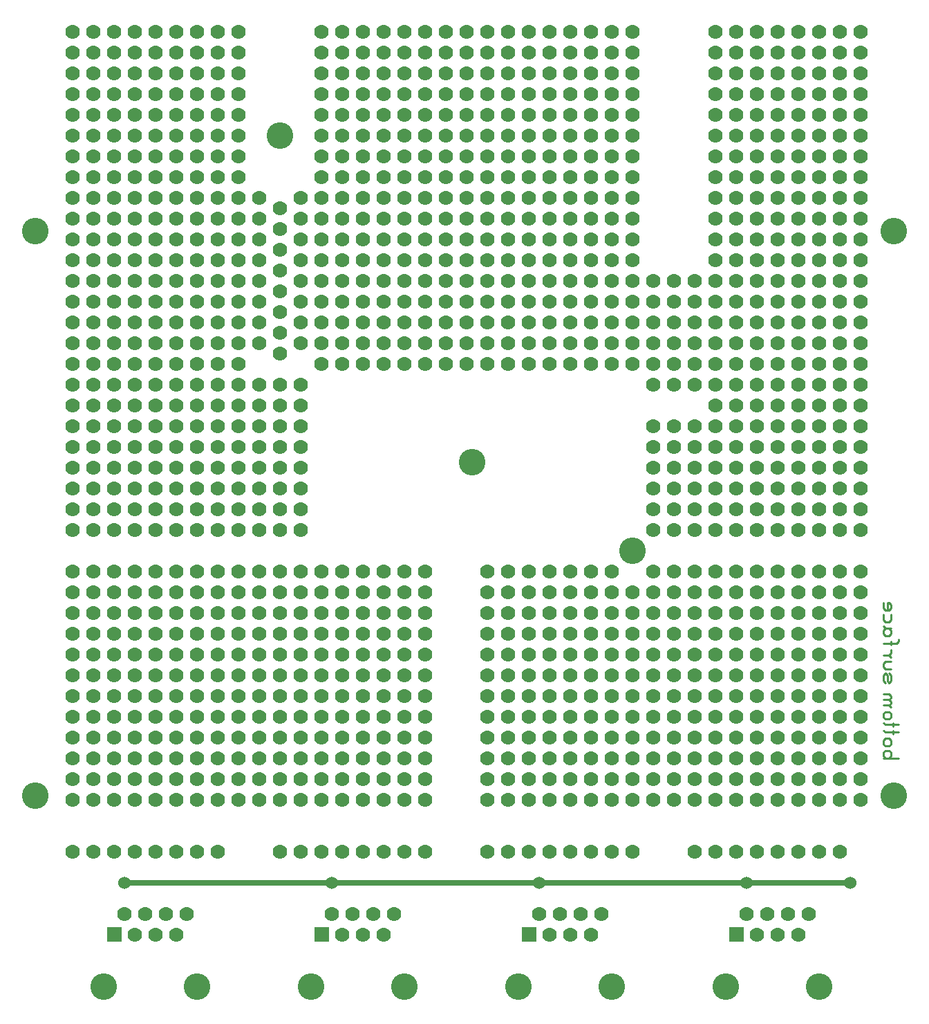
<source format=gbr>
G04 start of page 3 for group 1 idx 2
G04 Title: 305 style, solder *
G04 Creator: pcb 20080202 *
G04 CreationDate: Thu Jan 29 15:55:23 2009 UTC *
G04 For: orluke *
G04 Format: Gerber/RS-274X *
G04 PCB-Dimensions: 450000 650000 *
G04 PCB-Coordinate-Origin: lower left *
%MOIN*%
%FSLAX24Y24*%
%LNBACK*%
%ADD11C,0.0250*%
%ADD12C,0.0100*%
%ADD15C,0.1280*%
%ADD16C,0.0700*%
%ADD17C,0.0200*%
%ADD18C,0.0600*%
%ADD19C,0.0350*%
%ADD20C,0.0380*%
G54D11*X40500Y13000D02*X5500D01*
G54D12*X42100Y19000D02*X42820D01*
X42190D02*X42100Y19090D01*
Y19270D01*
X42190Y19360D01*
X42370D01*
X42460Y19270D02*X42370Y19360D01*
X42460Y19090D02*Y19270D01*
X42370Y19000D02*X42460Y19090D01*
X42190Y19576D02*X42370D01*
X42460Y19666D01*
Y19846D01*
X42370Y19936D01*
X42190D02*X42370D01*
X42100Y19846D02*X42190Y19936D01*
X42100Y19666D02*Y19846D01*
X42190Y19576D02*X42100Y19666D01*
X42190Y20242D02*X42820D01*
X42190D02*X42100Y20332D01*
X42550Y20152D02*Y20332D01*
X42190Y20602D02*X42820D01*
X42190D02*X42100Y20692D01*
X42550Y20512D02*Y20692D01*
X42190Y20872D02*X42370D01*
X42460Y20962D01*
Y21142D01*
X42370Y21232D01*
X42190D02*X42370D01*
X42100Y21142D02*X42190Y21232D01*
X42100Y20962D02*Y21142D01*
X42190Y20872D02*X42100Y20962D01*
Y21538D02*X42370D01*
X42460Y21628D01*
Y21718D01*
X42370Y21808D01*
X42100D02*X42370D01*
X42460Y21898D01*
Y21988D01*
X42370Y22078D01*
X42100D02*X42370D01*
X42460Y21448D02*X42370Y21538D01*
X42100Y22709D02*Y22979D01*
X42190Y23069D01*
X42280Y22979D02*X42190Y23069D01*
X42280Y22709D02*Y22979D01*
X42370Y22619D02*X42280Y22709D01*
X42370Y22619D02*X42460Y22709D01*
Y22979D01*
X42370Y23069D01*
X42190Y22619D02*X42100Y22709D01*
X42190Y23285D02*X42460D01*
X42190D02*X42100Y23375D01*
Y23555D01*
X42190Y23645D01*
X42460D01*
X42100Y23951D02*X42370D01*
X42460Y24041D01*
Y24221D01*
Y23861D02*X42370Y23951D01*
X42100Y24527D02*X42730D01*
X42820Y24617D01*
Y24707D01*
X42460Y24437D02*Y24617D01*
Y25157D02*X42370Y25247D01*
X42460Y24977D02*Y25157D01*
X42370Y24887D02*X42460Y24977D01*
X42190Y24887D02*X42370D01*
X42190D02*X42100Y24977D01*
X42190Y25247D02*X42460D01*
X42190D02*X42100Y25337D01*
Y24977D02*Y25157D01*
X42190Y25247D01*
X42460Y25643D02*Y25913D01*
X42370Y25553D02*X42460Y25643D01*
X42190Y25553D02*X42370D01*
X42190D02*X42100Y25643D01*
Y25913D01*
Y26220D02*Y26490D01*
X42190Y26130D02*X42100Y26220D01*
X42190Y26130D02*X42370D01*
X42460Y26220D01*
Y26400D01*
X42370Y26490D01*
X42280Y26130D02*Y26490D01*
X42370D01*
G54D15*X1200Y17200D03*
G54D16*X3000Y18000D03*
X4000D03*
X3000Y17000D03*
X4000D03*
X3000Y14500D03*
X4000D03*
X5000D03*
Y17000D03*
X3000Y20000D03*
Y19000D03*
X5000Y20000D03*
Y19000D03*
X4000Y20000D03*
Y19000D03*
X11000Y22000D03*
Y21000D03*
Y20000D03*
X10000Y22000D03*
Y21000D03*
Y20000D03*
X6000Y24000D03*
X5000D03*
Y23000D03*
X7000Y24000D03*
X6000Y23000D03*
X7000D03*
Y25000D03*
Y26000D03*
Y22000D03*
X6000Y25000D03*
X5000D03*
X6000Y26000D03*
X5000D03*
X6000Y27000D03*
X5000D03*
X7000D03*
X3000Y28000D03*
X5000D03*
X4000D03*
X6000D03*
X7000D03*
X3000Y24000D03*
X4000D03*
X3000Y23000D03*
X4000D03*
X6000Y22000D03*
X5000D03*
X4000D03*
X3000D03*
Y21000D03*
X4000D03*
X3000Y25000D03*
X4000D03*
X3000Y26000D03*
X4000D03*
X3000Y27000D03*
X4000D03*
X11000Y24000D03*
Y23000D03*
Y28000D03*
Y25000D03*
Y26000D03*
Y27000D03*
X10000Y24000D03*
Y23000D03*
Y28000D03*
Y25000D03*
Y26000D03*
Y27000D03*
X8000Y24000D03*
Y23000D03*
Y22000D03*
Y25000D03*
X9000Y24000D03*
Y23000D03*
Y22000D03*
Y25000D03*
X8000Y28000D03*
Y26000D03*
Y27000D03*
X9000Y28000D03*
Y26000D03*
Y27000D03*
X20000Y24000D03*
X19000D03*
X20000Y23000D03*
X19000D03*
X20000Y22000D03*
X19000D03*
X20000Y25000D03*
X19000D03*
X17000Y22000D03*
X18000D03*
X16000Y24000D03*
X12000D03*
X13000D03*
X14000D03*
X15000D03*
X12000Y23000D03*
Y22000D03*
X13000D03*
Y25000D03*
Y23000D03*
X14000D03*
X15000D03*
X16000Y22000D03*
X14000D03*
X15000D03*
X16000Y23000D03*
X17000D03*
X18000D03*
X20000Y28000D03*
X16000D03*
X17000D03*
X18000D03*
X19000D03*
X17000Y24000D03*
X18000D03*
X16000Y25000D03*
X17000D03*
X18000D03*
X20000Y26000D03*
X19000D03*
X20000Y27000D03*
X19000D03*
X17000Y26000D03*
X16000Y27000D03*
X17000D03*
X18000Y26000D03*
Y27000D03*
X12000Y28000D03*
Y25000D03*
Y26000D03*
Y27000D03*
X13000Y28000D03*
X14000D03*
X15000D03*
X14000Y25000D03*
X15000D03*
X16000Y26000D03*
X13000D03*
X14000D03*
X15000D03*
X13000Y27000D03*
X14000D03*
X15000D03*
X8000Y14500D03*
Y18000D03*
Y17000D03*
X9000Y14500D03*
Y18000D03*
Y17000D03*
X10000Y14500D03*
X8000Y19000D03*
X9000D03*
X11000Y17000D03*
X10000D03*
X11000Y19000D03*
X10000D03*
X11000Y18000D03*
X10000D03*
X6000Y14500D03*
X7000D03*
X6000Y18000D03*
X5000D03*
X6000Y17000D03*
X7000D03*
X6000Y20000D03*
X7000D03*
X8000D03*
X9000D03*
X7000Y18000D03*
X6000Y19000D03*
X7000D03*
X6000Y21000D03*
X5000D03*
X7000D03*
X8000D03*
X9000D03*
X8500Y11500D03*
X8000Y10500D03*
X6500Y11500D03*
X6000Y10500D03*
X7000D03*
X7500Y11500D03*
G54D17*G36*
X4650Y10850D02*Y10150D01*
X5350D01*
Y10850D01*
X4650D01*
G37*
G54D16*X5500Y11500D03*
G54D15*X4500Y8000D03*
X9000D03*
X42600Y44400D03*
G54D16*X41000Y44000D03*
Y45000D03*
X40000Y48000D03*
Y47000D03*
Y45000D03*
Y44000D03*
Y46000D03*
X41000D03*
Y48000D03*
Y47000D03*
X34000Y45000D03*
X35000D03*
X36000D03*
X37000D03*
X38000D03*
X39000D03*
X36000Y41000D03*
Y42000D03*
Y43000D03*
X37000D03*
X38000D03*
X39000D03*
X36000Y44000D03*
X37000D03*
X38000D03*
X39000D03*
X37000Y41000D03*
Y42000D03*
X38000D03*
Y41000D03*
X39000D03*
X40000D03*
X41000Y39000D03*
X39000Y42000D03*
X40000D03*
X41000Y43000D03*
Y42000D03*
X40000Y43000D03*
X33000Y42000D03*
Y41000D03*
Y40000D03*
Y39000D03*
X35000Y41000D03*
X34000Y42000D03*
X35000D03*
X32000Y39000D03*
Y40000D03*
Y41000D03*
Y42000D03*
X34000Y43000D03*
X35000D03*
X34000Y44000D03*
X35000D03*
X25000Y54000D03*
Y53000D03*
X24000Y54000D03*
Y53000D03*
X23000D03*
X22000D03*
Y54000D03*
X21000Y53000D03*
Y54000D03*
X23000D03*
X30000Y46000D03*
Y43000D03*
Y44000D03*
Y45000D03*
X29000Y43000D03*
Y44000D03*
Y45000D03*
X26000Y54000D03*
Y51000D03*
Y52000D03*
Y53000D03*
Y44000D03*
Y45000D03*
Y46000D03*
Y47000D03*
Y48000D03*
Y49000D03*
X25000Y44000D03*
Y45000D03*
Y46000D03*
X24000Y44000D03*
Y45000D03*
Y46000D03*
Y47000D03*
Y48000D03*
Y49000D03*
X26000Y50000D03*
X25000Y47000D03*
Y48000D03*
Y49000D03*
Y50000D03*
Y51000D03*
Y52000D03*
X24000Y50000D03*
Y51000D03*
Y52000D03*
X30000Y49000D03*
Y47000D03*
Y50000D03*
Y48000D03*
Y51000D03*
X28000Y43000D03*
Y44000D03*
Y45000D03*
Y46000D03*
Y47000D03*
Y48000D03*
X27000Y43000D03*
Y44000D03*
Y45000D03*
Y46000D03*
Y47000D03*
Y48000D03*
X29000Y46000D03*
Y47000D03*
Y48000D03*
Y49000D03*
X28000Y52000D03*
X29000Y51000D03*
X28000D03*
X29000Y52000D03*
X27000D03*
Y49000D03*
Y50000D03*
Y51000D03*
Y53000D03*
Y54000D03*
X30000Y52000D03*
X29000Y50000D03*
X28000D03*
Y49000D03*
X30000Y53000D03*
X29000D03*
X28000D03*
X30000Y54000D03*
X29000D03*
X28000D03*
X34000D03*
X35000D03*
X36000D03*
X34000Y53000D03*
Y52000D03*
X35000D03*
X36000D03*
X39000Y48000D03*
X37000Y47000D03*
X38000D03*
X39000D03*
X37000Y48000D03*
X38000D03*
X34000Y47000D03*
X35000D03*
X34000Y46000D03*
X35000D03*
X36000Y47000D03*
Y46000D03*
X37000D03*
X38000D03*
X39000D03*
X34000Y48000D03*
X35000D03*
X36000D03*
X37000Y54000D03*
X38000D03*
X39000D03*
X40000D03*
X35000Y53000D03*
X36000D03*
X37000D03*
X38000D03*
X39000D03*
X40000D03*
X41000Y54000D03*
X37000Y52000D03*
X38000D03*
X39000D03*
X40000D03*
X41000Y53000D03*
Y52000D03*
X34000Y49000D03*
X35000D03*
X36000D03*
X37000D03*
X38000D03*
X39000D03*
X40000D03*
X41000D03*
X34000Y51000D03*
Y50000D03*
X35000Y51000D03*
Y50000D03*
X36000D03*
Y51000D03*
X37000D03*
X38000D03*
X39000D03*
X40000D03*
X37000Y50000D03*
X38000D03*
X39000D03*
X40000D03*
X41000D03*
Y51000D03*
X33000Y24000D03*
X34000D03*
X35000D03*
X36000D03*
X32000D03*
Y25000D03*
X33000D03*
X36000D03*
X34000D03*
X35000D03*
X36000Y23000D03*
X35000D03*
X37000D03*
X36000Y22000D03*
X37000D03*
X36000Y21000D03*
X34000Y23000D03*
Y22000D03*
X35000D03*
X33000Y21000D03*
X34000D03*
X40000Y23000D03*
Y22000D03*
Y21000D03*
Y26000D03*
Y27000D03*
X37000Y24000D03*
X38000D03*
X39000D03*
X41000D03*
X40000D03*
X41000Y23000D03*
Y26000D03*
Y27000D03*
X40000Y25000D03*
X39000D03*
X41000D03*
X37000Y27000D03*
X38000D03*
X39000D03*
X31000Y24000D03*
Y25000D03*
X30000Y24000D03*
Y25000D03*
X31000Y28000D03*
X32000D03*
X33000D03*
X34000D03*
X35000D03*
X31000Y26000D03*
Y27000D03*
X32000D03*
X33000D03*
X34000D03*
X35000D03*
X30000Y26000D03*
Y27000D03*
X32000Y26000D03*
X33000D03*
X34000D03*
X35000D03*
X41000Y28000D03*
X40000D03*
X36000D03*
X37000D03*
X38000D03*
X39000D03*
X37000Y25000D03*
X38000D03*
X37000Y26000D03*
X38000D03*
X39000D03*
X36000D03*
Y27000D03*
X26000Y24000D03*
X23000D03*
X25000D03*
X24000D03*
X27000D03*
X28000D03*
X29000D03*
X31000Y23000D03*
X30000D03*
X32000D03*
X33000D03*
X29000D03*
X26000D03*
X23000D03*
X25000D03*
X24000D03*
X27000D03*
X28000D03*
X25000Y28000D03*
X26000Y25000D03*
X25000D03*
X26000Y28000D03*
Y26000D03*
X25000Y27000D03*
X23000D03*
X24000D03*
X28000Y20000D03*
Y19000D03*
Y18000D03*
X27000Y25000D03*
Y28000D03*
Y26000D03*
Y27000D03*
X28000Y25000D03*
Y28000D03*
Y26000D03*
Y27000D03*
X29000D03*
X17000Y18000D03*
X18000D03*
X19000D03*
X16000D03*
X20000Y17000D03*
Y19000D03*
Y18000D03*
Y21000D03*
Y20000D03*
X16000Y17000D03*
X17000D03*
X18000D03*
X19000D03*
X17000Y19000D03*
X16000Y21000D03*
X17000D03*
X18000D03*
X19000D03*
X16000Y20000D03*
X18000Y19000D03*
X19000D03*
X14000Y20000D03*
X15000D03*
X17000D03*
X18000D03*
X19000D03*
X16000Y19000D03*
X12000D03*
X13000D03*
X14000D03*
X15000D03*
X12000Y18000D03*
Y21000D03*
Y20000D03*
X13000Y18000D03*
Y21000D03*
X14000D03*
X15000D03*
X13000Y20000D03*
X12000Y17000D03*
X13000D03*
X14000D03*
Y18000D03*
X15000D03*
Y17000D03*
X13000Y14500D03*
X14000D03*
X15000D03*
X16000D03*
X17000D03*
X18000D03*
X19000D03*
X20000D03*
X18500Y11500D03*
X18000Y10500D03*
X16500Y11500D03*
X16000Y10500D03*
X17000D03*
G54D17*G36*
X14650Y10850D02*Y10150D01*
X15350D01*
Y10850D01*
X14650D01*
G37*
G54D16*X15500Y11500D03*
X17500D03*
G54D15*X14500Y8000D03*
X19000D03*
G54D16*X23000Y14500D03*
X24000D03*
X25000D03*
X26000D03*
X27000D03*
X28000D03*
X29000D03*
X28500Y11500D03*
X28000Y10500D03*
X27500Y11500D03*
G54D15*X29000Y8000D03*
G54D16*X26500Y11500D03*
X26000Y10500D03*
X27000D03*
G54D17*G36*
X24650Y10850D02*Y10150D01*
X25350D01*
Y10850D01*
X24650D01*
G37*
G54D16*X25500Y11500D03*
G54D15*X24500Y8000D03*
G54D16*X35000Y20000D03*
X36000Y19000D03*
X34000D03*
X31000D03*
X30000D03*
X32000D03*
X33000D03*
X31000Y18000D03*
X30000D03*
Y17000D03*
Y14500D03*
X32000Y18000D03*
Y17000D03*
X31000D03*
X38000Y23000D03*
Y22000D03*
Y21000D03*
Y20000D03*
Y19000D03*
Y18000D03*
X39000Y23000D03*
Y22000D03*
Y21000D03*
Y20000D03*
Y19000D03*
Y18000D03*
X41000Y22000D03*
Y21000D03*
Y20000D03*
X37000Y21000D03*
Y20000D03*
Y19000D03*
Y18000D03*
Y17000D03*
X35000Y19000D03*
Y18000D03*
Y17000D03*
Y14500D03*
G54D17*G36*
X34650Y10850D02*Y10150D01*
X35350D01*
Y10850D01*
X34650D01*
G37*
G54D15*X34500Y8000D03*
G54D16*X36000Y18000D03*
Y17000D03*
Y14500D03*
X36500Y11500D03*
X36000Y10500D03*
X35500Y11500D03*
X33000Y18000D03*
Y17000D03*
Y14500D03*
X34000Y18000D03*
Y17000D03*
Y14500D03*
X37000D03*
Y10500D03*
X37500Y11500D03*
X40000Y20000D03*
Y19000D03*
Y18000D03*
Y17000D03*
Y14500D03*
X38000Y17000D03*
Y14500D03*
X38500Y11500D03*
X38000Y10500D03*
X39000Y17000D03*
Y14500D03*
G54D15*Y8000D03*
G54D16*X41000Y19000D03*
Y18000D03*
Y17000D03*
G54D15*X42600Y17200D03*
G54D16*X35000Y21000D03*
X36000Y20000D03*
X34000D03*
X31000D03*
X30000D03*
X32000D03*
X33000D03*
X29000D03*
Y28000D03*
Y25000D03*
X35000Y30000D03*
X36000D03*
X37000D03*
X38000D03*
X39000D03*
X40000D03*
X41000D03*
G54D15*X30000Y29000D03*
G54D16*X33000Y30000D03*
X34000D03*
X32000D03*
X31000D03*
Y22000D03*
X30000D03*
X32000D03*
X33000D03*
X26000D03*
X25000D03*
X24000D03*
X27000D03*
X28000D03*
X29000D03*
X23000D03*
X31000Y21000D03*
X30000D03*
X32000D03*
X26000D03*
X23000D03*
X25000D03*
X24000D03*
X27000D03*
X28000D03*
X29000D03*
X26000Y20000D03*
X23000D03*
X25000D03*
X24000D03*
X23000Y19000D03*
X24000D03*
X23000Y18000D03*
X24000D03*
X25000Y19000D03*
Y18000D03*
Y26000D03*
X26000Y27000D03*
X23000Y17000D03*
Y28000D03*
Y25000D03*
Y26000D03*
X25000Y17000D03*
X24000D03*
Y28000D03*
Y25000D03*
Y26000D03*
X27000Y20000D03*
X26000Y19000D03*
X27000D03*
X29000D03*
Y18000D03*
Y26000D03*
X26000Y18000D03*
X27000D03*
X26000Y17000D03*
X27000D03*
X28000D03*
X29000D03*
G54D15*X1200Y44400D03*
G54D16*X3000Y43000D03*
Y44000D03*
X4000Y43000D03*
Y44000D03*
X3000Y45000D03*
X4000D03*
Y46000D03*
Y47000D03*
Y48000D03*
X3000Y46000D03*
Y47000D03*
Y48000D03*
X5000Y43000D03*
X6000Y44000D03*
X5000D03*
X7000D03*
X6000Y45000D03*
X7000D03*
X8000D03*
X5000D03*
X6000Y46000D03*
X7000D03*
X8000D03*
X5000D03*
X6000Y47000D03*
X5000D03*
X6000Y48000D03*
X5000D03*
X7000Y47000D03*
Y48000D03*
X8000Y47000D03*
Y48000D03*
X12000Y37000D03*
Y36000D03*
Y35000D03*
Y34000D03*
X13000D03*
X12000Y33000D03*
X13000D03*
X11000D03*
Y34000D03*
Y35000D03*
Y36000D03*
Y37000D03*
Y39000D03*
Y38000D03*
X12000Y32000D03*
X13000D03*
X11000D03*
X10000D03*
X8000D03*
X9000D03*
X12000Y31000D03*
X13000D03*
X11000D03*
X10000D03*
X8000D03*
X9000D03*
X12000Y30000D03*
X13000D03*
X11000D03*
X10000Y33000D03*
Y34000D03*
Y35000D03*
Y36000D03*
Y37000D03*
Y38000D03*
Y39000D03*
X8000D03*
X9000D03*
X8000Y38000D03*
X9000D03*
X12000Y46000D03*
Y45000D03*
Y44000D03*
Y43000D03*
Y42000D03*
X11000D03*
X10000D03*
X11000Y43000D03*
X10000D03*
X12000Y41000D03*
X11000D03*
X10000D03*
X12000Y40000D03*
Y39000D03*
X11000Y40000D03*
X10000D03*
X6000D03*
Y41000D03*
X7000Y40000D03*
Y41000D03*
X8000D03*
X9000D03*
X8000Y40000D03*
X9000D03*
X6000Y42000D03*
X7000D03*
X6000Y43000D03*
X7000D03*
X8000Y42000D03*
X9000D03*
X8000Y43000D03*
X9000D03*
X10000Y30000D03*
X6000D03*
X7000D03*
X8000D03*
X9000D03*
X6000Y31000D03*
X7000D03*
X6000Y32000D03*
X7000D03*
X5000D03*
X3000Y30000D03*
X4000D03*
X3000Y31000D03*
X4000D03*
X5000Y30000D03*
Y31000D03*
X3000Y32000D03*
X4000D03*
X3000Y33000D03*
X4000D03*
X6000D03*
X7000D03*
X8000D03*
X9000D03*
X5000D03*
Y34000D03*
Y35000D03*
X6000Y34000D03*
X7000D03*
X8000D03*
X9000D03*
X6000Y35000D03*
X7000D03*
X6000Y36000D03*
X7000D03*
X8000Y35000D03*
X9000D03*
X8000Y36000D03*
X9000D03*
X8000Y37000D03*
X9000D03*
X6000D03*
X7000D03*
X6000Y39000D03*
X7000D03*
X6000Y38000D03*
X7000D03*
X3000Y34000D03*
X4000D03*
Y35000D03*
X5000Y36000D03*
X4000D03*
X3000Y35000D03*
Y36000D03*
Y37000D03*
X5000D03*
X4000D03*
X5000Y39000D03*
X4000D03*
X5000Y38000D03*
X4000D03*
X3000Y40000D03*
X4000D03*
Y41000D03*
Y42000D03*
X5000Y40000D03*
Y41000D03*
Y42000D03*
X3000Y39000D03*
Y41000D03*
Y42000D03*
Y38000D03*
X18000Y39000D03*
X17000D03*
Y40000D03*
X19000Y39000D03*
X18000Y40000D03*
X19000D03*
X20000Y39000D03*
Y40000D03*
Y41000D03*
X18000Y38000D03*
X17000D03*
X19000D03*
X20000D03*
X15000Y39000D03*
X16000D03*
X15000Y40000D03*
X16000D03*
X18000Y41000D03*
X17000D03*
X18000Y42000D03*
X15000Y41000D03*
X16000D03*
X15000Y42000D03*
X16000D03*
X15000Y38000D03*
X16000D03*
X13000Y42500D03*
X14000Y42000D03*
Y41000D03*
Y40000D03*
X13000Y41500D03*
Y40500D03*
Y39500D03*
Y38500D03*
Y37000D03*
Y36000D03*
Y35000D03*
X14000Y37000D03*
Y39000D03*
Y36000D03*
Y35000D03*
Y34000D03*
Y33000D03*
Y32000D03*
Y31000D03*
Y30000D03*
X19000Y41000D03*
Y42000D03*
Y43000D03*
Y44000D03*
Y45000D03*
X17000Y42000D03*
Y43000D03*
Y44000D03*
X18000Y43000D03*
Y44000D03*
Y45000D03*
X20000Y42000D03*
Y43000D03*
Y44000D03*
Y45000D03*
X15000Y43000D03*
X16000D03*
Y44000D03*
X15000D03*
Y45000D03*
X13000Y43500D03*
X14000Y45000D03*
Y44000D03*
Y43000D03*
G54D15*X13000Y49000D03*
G54D16*X15000Y46000D03*
X13000Y45500D03*
Y44500D03*
X14000Y46000D03*
X15000Y47000D03*
Y48000D03*
Y49000D03*
X19000Y46000D03*
Y47000D03*
Y48000D03*
Y49000D03*
Y50000D03*
X20000Y46000D03*
Y47000D03*
Y48000D03*
Y49000D03*
Y50000D03*
X17000Y47000D03*
Y48000D03*
Y49000D03*
Y50000D03*
Y53000D03*
Y54000D03*
X18000Y51000D03*
Y52000D03*
Y53000D03*
Y54000D03*
X19000Y51000D03*
Y52000D03*
Y53000D03*
Y54000D03*
X20000Y51000D03*
Y52000D03*
Y53000D03*
Y54000D03*
X17000Y45000D03*
X16000D03*
X18000Y46000D03*
X17000D03*
X16000D03*
X18000Y47000D03*
Y48000D03*
Y49000D03*
Y50000D03*
X17000Y51000D03*
Y52000D03*
X16000Y47000D03*
Y48000D03*
Y49000D03*
Y50000D03*
Y51000D03*
Y52000D03*
X15000Y50000D03*
Y51000D03*
Y52000D03*
Y53000D03*
X16000D03*
Y54000D03*
X15000D03*
X4000Y49000D03*
X6000D03*
X7000D03*
X8000D03*
X3000D03*
X5000D03*
X6000Y50000D03*
X5000D03*
Y51000D03*
X3000Y50000D03*
X4000D03*
X3000Y51000D03*
X4000D03*
X11000Y50000D03*
Y51000D03*
X10000D03*
Y50000D03*
X9000D03*
X11000Y49000D03*
X10000D03*
X9000D03*
X11000Y44000D03*
Y45000D03*
X10000D03*
Y44000D03*
X8000D03*
X9000D03*
Y45000D03*
Y46000D03*
X11000D03*
X10000D03*
X11000Y47000D03*
X10000D03*
X9000D03*
Y48000D03*
X11000D03*
X10000D03*
X7000Y50000D03*
X8000D03*
X6000Y51000D03*
X7000D03*
X8000D03*
X9000D03*
X10000Y52000D03*
X8000D03*
X9000D03*
X8000Y53000D03*
X9000D03*
X11000Y52000D03*
Y53000D03*
X10000D03*
X11000Y54000D03*
X10000D03*
X8000D03*
X9000D03*
X3000Y52000D03*
X4000D03*
X6000D03*
X7000D03*
X5000D03*
X3000Y53000D03*
Y54000D03*
X4000Y53000D03*
Y54000D03*
X6000Y53000D03*
X7000D03*
X5000D03*
X6000Y54000D03*
X7000D03*
X5000D03*
X34000Y37000D03*
X35000D03*
X36000D03*
X34000Y38000D03*
X35000D03*
X36000D03*
X37000Y37000D03*
X38000D03*
X39000D03*
X34000Y39000D03*
X35000D03*
X36000D03*
X41000Y40000D03*
Y41000D03*
X40000Y39000D03*
Y40000D03*
X41000Y36000D03*
X40000Y37000D03*
Y38000D03*
X37000D03*
Y39000D03*
Y40000D03*
X38000Y38000D03*
Y39000D03*
Y40000D03*
X39000Y38000D03*
Y39000D03*
Y40000D03*
X34000D03*
X35000D03*
X36000D03*
X34000Y41000D03*
X30000Y38000D03*
X31000D03*
Y37000D03*
Y35000D03*
Y34000D03*
Y33000D03*
Y32000D03*
Y31000D03*
X30000Y39000D03*
X31000D03*
X30000Y41000D03*
Y42000D03*
X31000D03*
Y41000D03*
X29000D03*
Y42000D03*
Y39000D03*
X28000D03*
X27000D03*
X29000Y38000D03*
X28000D03*
X27000D03*
X30000Y40000D03*
X31000D03*
X29000D03*
X28000D03*
Y41000D03*
Y42000D03*
X27000Y40000D03*
Y41000D03*
Y42000D03*
G54D15*X22250Y33250D03*
G54D16*X22000Y39000D03*
X21000D03*
X22000Y40000D03*
X21000D03*
X22000Y41000D03*
Y42000D03*
Y38000D03*
X21000Y41000D03*
Y42000D03*
Y38000D03*
X22000Y43000D03*
Y44000D03*
Y45000D03*
Y46000D03*
X21000Y43000D03*
Y44000D03*
Y45000D03*
Y46000D03*
X23000Y42000D03*
Y43000D03*
Y44000D03*
Y45000D03*
Y46000D03*
Y47000D03*
Y48000D03*
Y49000D03*
Y50000D03*
Y51000D03*
Y52000D03*
X22000Y47000D03*
Y48000D03*
Y49000D03*
Y50000D03*
Y51000D03*
Y52000D03*
X21000Y47000D03*
Y48000D03*
Y49000D03*
Y50000D03*
Y51000D03*
Y52000D03*
X23000Y41000D03*
Y38000D03*
X26000Y39000D03*
Y40000D03*
X25000D03*
Y39000D03*
X24000D03*
X23000D03*
Y40000D03*
X24000D03*
X26000Y38000D03*
X25000D03*
X24000D03*
X26000Y41000D03*
Y42000D03*
X25000Y41000D03*
X24000D03*
X25000Y42000D03*
X24000D03*
X26000Y43000D03*
X25000D03*
X24000D03*
X33000Y38000D03*
X41000D03*
X32000D03*
X33000Y37000D03*
X41000D03*
X32000D03*
X33000Y34000D03*
Y33000D03*
X34000Y34000D03*
X32000Y33000D03*
Y34000D03*
X33000Y31000D03*
X34000D03*
X35000D03*
X36000D03*
X32000D03*
X34000Y32000D03*
X35000D03*
X36000D03*
X37000D03*
X32000D03*
X33000D03*
X34000Y33000D03*
X35000D03*
X36000D03*
X35000Y34000D03*
X36000D03*
X37000D03*
X38000D03*
X39000D03*
X40000D03*
X41000D03*
X37000Y31000D03*
X38000D03*
X39000D03*
X40000D03*
X38000Y32000D03*
X37000Y33000D03*
X38000D03*
X39000D03*
X40000D03*
X39000Y32000D03*
X40000D03*
X41000Y31000D03*
Y32000D03*
Y33000D03*
X33000Y35000D03*
X32000D03*
X34000D03*
Y36000D03*
X35000Y35000D03*
Y36000D03*
X36000D03*
Y35000D03*
X37000D03*
X38000D03*
X39000D03*
X40000D03*
X41000D03*
X37000Y36000D03*
X38000D03*
X39000D03*
X40000D03*
G54D18*X35500Y13000D03*
X25500D03*
X15500D03*
X5500D03*
X40500D03*
G54D15*G54D19*G54D20*G54D19*G54D20*G54D19*G54D20*G54D19*G54D20*G54D19*G54D20*G54D19*G54D15*G54D19*G54D20*G54D19*G54D15*G54D20*G54D19*G54D15*G54D19*G54D15*G54D19*G54D20*G54D19*G54D20*G54D19*G54D15*G54D19*G54D20*G54D19*G54D20*G54D19*G54D20*G54D19*G54D20*G54D19*G54D20*G54D19*G54D20*G54D15*G54D19*G54D15*G54D19*G54D15*G54D19*G54D15*G54D19*G54D15*G54D19*G54D15*G54D19*M02*

</source>
